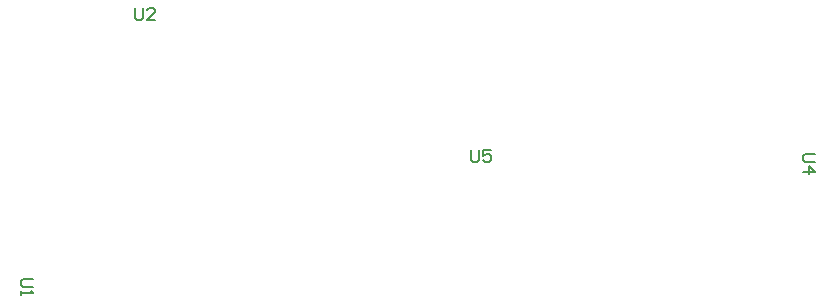
<source format=gm1>
G04*
G04 #@! TF.GenerationSoftware,Altium Limited,Altium Designer,24.2.2 (26)*
G04*
G04 Layer_Color=16711935*
%FSLAX44Y44*%
%MOMM*%
G71*
G04*
G04 #@! TF.SameCoordinates,0EA0B31A-DED8-4D88-AA7A-5696349AFEB5*
G04*
G04*
G04 #@! TF.FilePolarity,Positive*
G04*
G01*
G75*
%ADD59C,0.1778*%
D59*
X594760Y-584923D02*
Y-593387D01*
X596453Y-595080D01*
X599838D01*
X601531Y-593387D01*
Y-584923D01*
X611688D02*
X604917D01*
Y-590002D01*
X608302Y-588309D01*
X609995D01*
X611688Y-590002D01*
Y-593387D01*
X609995Y-595080D01*
X606609D01*
X604917Y-593387D01*
X886077Y-587760D02*
X877613D01*
X875920Y-589453D01*
Y-592838D01*
X877613Y-594531D01*
X886077D01*
X875920Y-602995D02*
X886077D01*
X880998Y-597917D01*
Y-604688D01*
X310660Y-464823D02*
Y-473287D01*
X312353Y-474980D01*
X315738D01*
X317431Y-473287D01*
Y-464823D01*
X327588Y-474980D02*
X320817D01*
X327588Y-468209D01*
Y-466516D01*
X325895Y-464823D01*
X322509D01*
X320817Y-466516D01*
X224077Y-693760D02*
X215613D01*
X213920Y-695453D01*
Y-698838D01*
X215613Y-700531D01*
X224077D01*
X213920Y-703917D02*
Y-707302D01*
Y-705610D01*
X224077D01*
X222384Y-703917D01*
M02*

</source>
